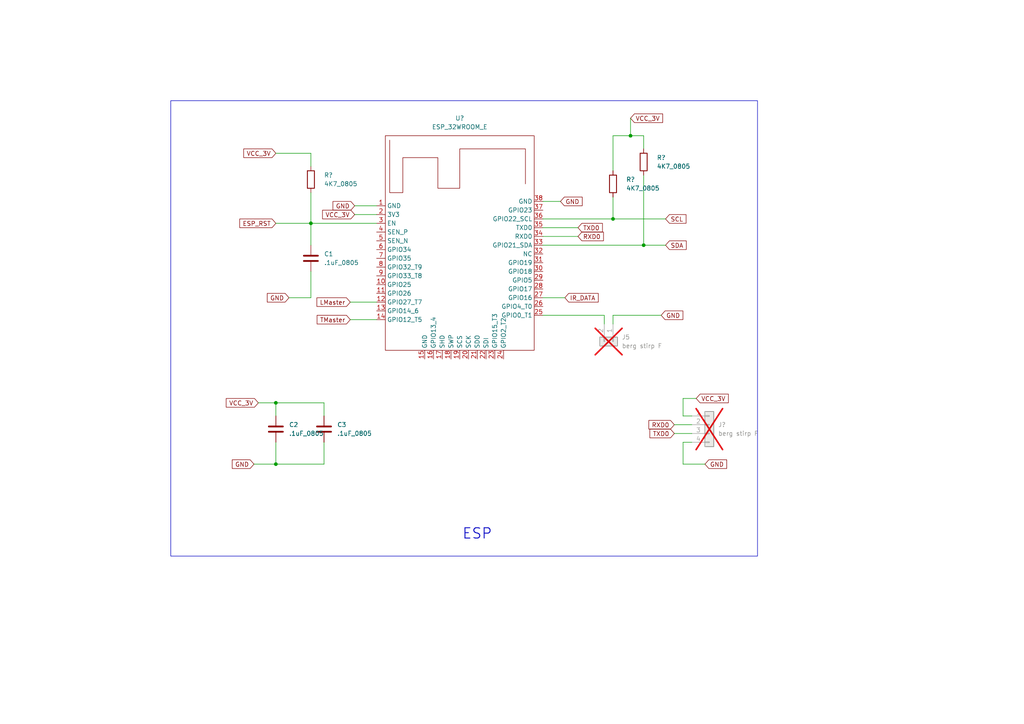
<source format=kicad_sch>
(kicad_sch (version 20250114) (generator "eeschema") (generator_version "9.0")
  (paper "A4")
  (lib_symbols
    (symbol "Connector_Generic:Conn_01x02" (pin_names (offset 1.016) (hide yes))
      (property "Reference" "J" (at 0 2.54 0))
      (property "Value" "Conn_01x02" (at 0 -5.08 0))
      (symbol "Conn_01x02_1_1"
        (rectangle (start -1.27 1.27) (end 1.27 -3.81) (stroke (width 0.254)) (fill (type background)))
        (rectangle (start -1.27 0.127) (end 0 -0.127) (stroke (width 0.1524)))
        (rectangle (start -1.27 -2.413) (end 0 -2.667) (stroke (width 0.1524)))
        (pin passive line (at -5.08 0 0) (length 3.81) (name "Pin_1") (number "1"))
        (pin passive line (at -5.08 -2.54 0) (length 3.81) (name "Pin_2") (number "2"))
      )
    )
    (symbol "Connector_Generic:Conn_01x04" (pin_names (offset 1.016) (hide yes))
      (property "Reference" "J" (at 0 5.08 0))
      (property "Value" "Conn_01x04" (at 0 -7.62 0))
      (symbol "Conn_01x04_1_1"
        (rectangle (start -1.27 3.81) (end 1.27 -6.35) (stroke (width 0.254)) (fill (type background)))
        (rectangle (start -1.27 2.667) (end 0 2.413) (stroke (width 0.1524)))
        (rectangle (start -1.27 0.127) (end 0 -0.127) (stroke (width 0.1524)))
        (rectangle (start -1.27 -2.413) (end 0 -2.667) (stroke (width 0.1524)))
        (rectangle (start -1.27 -4.953) (end 0 -5.207) (stroke (width 0.1524)))
        (pin passive line (at -5.08 2.54 0) (length 3.81) (name "Pin_1") (number "1"))
        (pin passive line (at -5.08 0 0) (length 3.81) (name "Pin_2") (number "2"))
        (pin passive line (at -5.08 -2.54 0) (length 3.81) (name "Pin_3") (number "3"))
        (pin passive line (at -5.08 -5.08 0) (length 3.81) (name "Pin_4") (number "4"))
      )
    )
    (symbol "Device:C" (pin_numbers (hide yes)) (pin_names (offset 0.254))
      (property "Reference" "C" (at 0.635 2.54 0))
      (property "Value" "C" (at 0.635 -2.54 0))
      (symbol "C_0_1"
        (polyline (pts (xy -2.032 0.762) (xy 2.032 0.762)) (stroke (width 0.508)))
        (polyline (pts (xy -2.032 -0.762) (xy 2.032 -0.762)) (stroke (width 0.508)))
      )
      (symbol "C_1_1"
        (pin passive line (at 0 3.81 270) (length 2.794) (name "~") (number "1"))
        (pin passive line (at 0 -3.81 90) (length 2.794) (name "~") (number "2"))
      )
    )
    (symbol "Device:R" (pin_numbers (hide yes)) (pin_names (offset 0))
      (property "Reference" "R" (at 2.032 0 90))
      (property "Value" "R" (at 0 0 90))
      (symbol "R_0_1"
        (rectangle (start -1.016 -2.54) (end 1.016 2.54) (stroke (width 0.254)))
      )
      (symbol "R_1_1"
        (pin passive line (at 0 3.81 270) (length 1.27) (name "~") (number "1"))
        (pin passive line (at 0 -3.81 90) (length 1.27) (name "~") (number "2"))
      )
    )
    (symbol "fevino:esp32-wroom-32e"
      (property "Reference" "U" (at 1.27 0 0))
      (symbol "esp32-wroom-32e_0_0"
        (pin power_in line (at -22.86 16.51 0) (length 2.54) (name "GND") (number "1"))
        (pin power_in line (at -22.86 13.97 0) (length 2.54) (name "3V3") (number "2"))
        (pin input line (at -22.86 11.43 0) (length 2.54) (name "EN") (number "3"))
        (pin input line (at -22.86 8.89 0) (length 2.54) (name "SEN_P") (number "4"))
        (pin input line (at -22.86 6.35 0) (length 2.54) (name "SEN_N") (number "5"))
        (pin input line (at -22.86 3.81 0) (length 2.54) (name "GPIO34") (number "6"))
        (pin input line (at -22.86 1.27 0) (length 2.54) (name "GPIO35") (number "7"))
        (pin input line (at -22.86 -1.27 0) (length 2.54) (name "GPIO32_T9") (number "8"))
        (pin input line (at -22.86 -3.81 0) (length 2.54) (name "GPIO33_T8") (number "9"))
        (pin input line (at -22.86 -6.35 0) (length 2.54) (name "GPIO25") (number "10"))
        (pin input line (at -22.86 -8.89 0) (length 2.54) (name "GPIO26") (number "11"))
        (pin input line (at -22.86 -11.43 0) (length 2.54) (name "GPIO27_T7") (number "12"))
        (pin input line (at -22.86 -13.97 0) (length 2.54) (name "GPIO14_6") (number "13"))
        (pin input line (at -22.86 -16.51 0) (length 2.54) (name "GPIO12_T5") (number "14"))
        (pin power_in line (at -8.89 -27.94 90) (length 2.54) (name "GND") (number "15"))
        (pin input line (at -6.35 -27.94 90) (length 2.54) (name "GPIO13_4") (number "16"))
        (pin input line (at -3.81 -27.94 90) (length 2.54) (name "SHD") (number "17"))
        (pin input line (at -1.27 -27.94 90) (length 2.54) (name "SWP") (number "18"))
        (pin input line (at 1.27 -27.94 90) (length 2.54) (name "SCS") (number "19"))
        (pin input line (at 3.81 -27.94 90) (length 2.54) (name "SCK") (number "20"))
        (pin input line (at 6.35 -27.94 90) (length 2.54) (name "SDO") (number "21"))
        (pin input line (at 8.89 -27.94 90) (length 2.54) (name "SDI") (number "22"))
        (pin input line (at 11.43 -27.94 90) (length 2.54) (name "GPIO15_T3") (number "23"))
        (pin input line (at 13.97 -27.94 90) (length 2.54) (name "GPIO2_T2") (number "24"))
        (pin power_in line (at 25.4 17.78 180) (length 2.54) (name "GND") (number "38"))
        (pin input line (at 25.4 15.24 180) (length 2.54) (name "GPIO23") (number "37"))
        (pin input line (at 25.4 10.16 180) (length 2.54) (name "TXD0") (number "35"))
        (pin input line (at 25.4 7.62 180) (length 2.54) (name "RXD0") (number "34"))
        (pin input line (at 25.4 2.54 180) (length 2.54) (name "NC") (number "32"))
        (pin input line (at 25.4 0 180) (length 2.54) (name "GPIO19") (number "31"))
        (pin input line (at 25.4 -2.54 180) (length 2.54) (name "GPIO18") (number "30"))
        (pin input line (at 25.4 -5.08 180) (length 2.54) (name "GPIO5") (number "29"))
        (pin input line (at 25.4 -7.62 180) (length 2.54) (name "GPIO17") (number "28"))
        (pin input line (at 25.4 -10.16 180) (length 2.54) (name "GPIO16") (number "27"))
        (pin input line (at 25.4 -12.7 180) (length 2.54) (name "GPIO4_T0") (number "26"))
        (pin input line (at 25.4 -15.24 180) (length 2.54) (name "GPIO0_T1") (number "25"))
      )
      (symbol "esp32-wroom-32e_0_1"
        (rectangle (start -20.32 36.83) (end 22.86 -25.4))
        (polyline (pts (xy -19.05 35.56) (xy -19.05 20.32) (xy -15.24 20.32) (xy -15.24 30.48) (xy -5.08 30.48) (xy -5.08 21.59) (xy 1.27 21.59) (xy 1.27 33.02) (xy 20.32 33.02) (xy 20.32 22.86)))
      )
      (symbol "esp32-wroom-32e_1_0"
        (pin input line (at 25.4 12.7 180) (length 2.54) (name "GPIO22_SCL") (number "36"))
        (pin input line (at 25.4 5.08 180) (length 2.54) (name "GPIO21_SDA") (number "33"))
      )
    )
  )
  (rectangle (start 49.53 29.21) (end 219.71 161.29))
  (text "ESP" (at 138.43 154.94 0) (effects (font (size 3 3) (thickness 0.254) (bold yes))))
  (junction (at 186.69 71.12))
  (junction (at 80.01 116.84))
  (junction (at 182.88 39.37))
  (junction (at 80.01 134.62))
  (junction (at 90.17 64.77))
  (junction (at 177.8 63.5))
  (wire (pts (xy 167.64 68.58) (xy 157.48 68.58)))
  (wire (pts (xy 198.12 134.62) (xy 198.12 128.27)))
  (wire (pts (xy 198.12 115.57) (xy 198.12 120.65)))
  (wire (pts (xy 198.12 128.27) (xy 200.66 128.27)))
  (wire (pts (xy 90.17 64.77) (xy 90.17 71.12)))
  (wire (pts (xy 80.01 64.77) (xy 90.17 64.77)))
  (wire (pts (xy 182.88 39.37) (xy 186.69 39.37)))
  (wire (pts (xy 102.87 62.23) (xy 109.22 62.23)))
  (wire (pts (xy 198.12 120.65) (xy 200.66 120.65)))
  (wire (pts (xy 80.01 116.84) (xy 80.01 120.65)))
  (wire (pts (xy 90.17 64.77) (xy 109.22 64.77)))
  (wire (pts (xy 182.88 34.29) (xy 182.88 39.37)))
  (wire (pts (xy 186.69 39.37) (xy 186.69 43.18)))
  (wire (pts (xy 102.87 59.69) (xy 109.22 59.69)))
  (wire (pts (xy 191.77 91.44) (xy 177.8 91.44)))
  (wire (pts (xy 80.01 116.84) (xy 93.98 116.84)))
  (wire (pts (xy 90.17 86.36) (xy 90.17 78.74)))
  (wire (pts (xy 101.6 92.71) (xy 109.22 92.71)))
  (wire (pts (xy 177.8 57.15) (xy 177.8 63.5)))
  (wire (pts (xy 186.69 50.8) (xy 186.69 71.12)))
  (wire (pts (xy 175.26 91.44) (xy 157.48 91.44)))
  (wire (pts (xy 90.17 55.88) (xy 90.17 64.77)))
  (wire (pts (xy 93.98 134.62) (xy 93.98 128.27)))
  (wire (pts (xy 80.01 134.62) (xy 93.98 134.62)))
  (wire (pts (xy 80.01 44.45) (xy 90.17 44.45)))
  (wire (pts (xy 83.82 86.36) (xy 90.17 86.36)))
  (wire (pts (xy 93.98 116.84) (xy 93.98 120.65)))
  (wire (pts (xy 73.66 134.62) (xy 80.01 134.62)))
  (wire (pts (xy 74.93 116.84) (xy 80.01 116.84)))
  (wire (pts (xy 167.64 66.04) (xy 157.48 66.04)))
  (wire (pts (xy 157.48 71.12) (xy 186.69 71.12)))
  (wire (pts (xy 201.93 115.57) (xy 198.12 115.57)))
  (wire (pts (xy 157.48 63.5) (xy 177.8 63.5)))
  (wire (pts (xy 157.48 86.36) (xy 163.83 86.36)))
  (wire (pts (xy 195.58 125.73) (xy 200.66 125.73)))
  (wire (pts (xy 204.47 134.62) (xy 198.12 134.62)))
  (wire (pts (xy 177.8 49.53) (xy 177.8 39.37)))
  (wire (pts (xy 90.17 44.45) (xy 90.17 48.26)))
  (wire (pts (xy 186.69 71.12) (xy 193.04 71.12)))
  (wire (pts (xy 101.6 87.63) (xy 109.22 87.63)))
  (wire (pts (xy 177.8 91.44) (xy 177.8 93.98)))
  (wire (pts (xy 177.8 39.37) (xy 182.88 39.37)))
  (wire (pts (xy 195.58 123.19) (xy 200.66 123.19)))
  (wire (pts (xy 157.48 58.42) (xy 162.56 58.42)))
  (wire (pts (xy 175.26 93.98) (xy 175.26 91.44)))
  (wire (pts (xy 80.01 128.27) (xy 80.01 134.62)))
  (wire (pts (xy 177.8 63.5) (xy 193.04 63.5)))
  (global_label "GND" (shape input) (at 204.47 134.62 0) (property "Intersheetrefs" "${INTERSHEET_REFS}" (effects (hide yes))))
  (global_label "VCC_3V" (shape input) (at 74.93 116.84 180) (property "Intersheetrefs" "${INTERSHEET_REFS}" (effects (hide yes))))
  (global_label "GND" (shape input) (at 83.82 86.36 180) (property "Intersheetrefs" "${INTERSHEET_REFS}" (effects (hide yes))))
  (global_label "VCC_3V" (shape input) (at 201.93 115.57 0) (property "Intersheetrefs" "${INTERSHEET_REFS}" (effects (hide yes))))
  (global_label "SCL" (shape input) (at 193.04 63.5 0) (property "Intersheetrefs" "${INTERSHEET_REFS}" (effects (hide yes))))
  (global_label "GND" (shape input) (at 191.77 91.44 0) (property "Intersheetrefs" "${INTERSHEET_REFS}" (effects (hide yes))))
  (global_label "TXD0" (shape input) (at 167.64 66.04 0) (property "Intersheetrefs" "${INTERSHEET_REFS}" (effects (hide yes))))
  (global_label "LMaster" (shape input) (at 101.6 87.63 180) (property "Intersheetrefs" "${INTERSHEET_REFS}" (effects (hide yes))))
  (global_label "TXD0" (shape input) (at 195.58 125.73 180) (property "Intersheetrefs" "${INTERSHEET_REFS}" (effects (hide yes))))
  (global_label "RXD0" (shape input) (at 167.64 68.58 0) (property "Intersheetrefs" "${INTERSHEET_REFS}" (effects (hide yes))))
  (global_label "GND" (shape input) (at 162.56 58.42 0) (property "Intersheetrefs" "${INTERSHEET_REFS}" (effects (hide yes))))
  (global_label "VCC_3V" (shape input) (at 182.88 34.29 0) (property "Intersheetrefs" "${INTERSHEET_REFS}" (effects (hide yes))))
  (global_label "GND" (shape input) (at 102.87 59.69 180) (property "Intersheetrefs" "${INTERSHEET_REFS}" (effects (hide yes))))
  (global_label "IR_DATA" (shape input) (at 163.83 86.36 0) (property "Intersheetrefs" "${INTERSHEET_REFS}" (effects (hide yes))))
  (global_label "GND" (shape input) (at 73.66 134.62 180) (property "Intersheetrefs" "${INTERSHEET_REFS}" (effects (hide yes))))
  (global_label "VCC_3V" (shape input) (at 80.01 44.45 180) (property "Intersheetrefs" "${INTERSHEET_REFS}" (effects (hide yes))))
  (global_label "RXD0" (shape input) (at 195.58 123.19 180) (property "Intersheetrefs" "${INTERSHEET_REFS}" (effects (hide yes))))
  (global_label "VCC_3V" (shape input) (at 102.87 62.23 180) (property "Intersheetrefs" "${INTERSHEET_REFS}" (effects (hide yes))))
  (global_label "TMaster" (shape input) (at 101.6 92.71 180) (property "Intersheetrefs" "${INTERSHEET_REFS}" (effects (hide yes))))
  (global_label "ESP_RST" (shape input) (at 80.01 64.77 180) (property "Intersheetrefs" "${INTERSHEET_REFS}" (effects (hide yes))))
  (global_label "SDA" (shape input) (at 193.04 71.12 0) (property "Intersheetrefs" "${INTERSHEET_REFS}" (effects (hide yes))))
  (symbol (lib_id "Device:R") (at 177.8 53.34 0) (unit 1)
    (property "Reference" "R3" (at 181.61 52.0699 0) (effects (justify left)))
    (property "Value" "4K7_0805" (at 181.61 54.6099 0) (effects (justify left)))
    (property "Footprint" "fevino:R_0805" (effects (hide yes)))
    (property "Description" "Resistor" (effects (hide yes)))
    (instances (project "" (path "" (reference "R?") (unit 1)) (path "" (reference "R3") (unit 1))))
  )
  (symbol (lib_id "Connector_Generic:Conn_01x04") (at 205.74 123.19 0) (unit 1) (dnp yes)
    (property "Reference" "J6" (at 208.28 123.1899 0) (effects (justify left)))
    (property "Value" "berg stirp F" (at 208.28 125.7299 0) (effects (justify left)))
    (property "Footprint" "Connector_PinSocket_2.54mm:PinSocket_1x04_P2.54mm_Vertical" (effects (hide yes)))
    (property "Description" "Generic connector, single row, 01x04, script generated (kicad-library-utils/schlib/autogen/connector/)" (effects (hide yes)))
    (instances (project "" (path "" (reference "J?") (unit 1)) (path "" (reference "J6") (unit 1))))
  )
  (symbol (lib_id "Device:R") (at 186.69 46.99 0) (unit 1)
    (property "Reference" "R1" (at 190.5 45.7199 0) (effects (justify left)))
    (property "Value" "4K7_0805" (at 190.5 48.2599 0) (effects (justify left)))
    (property "Footprint" "fevino:R_0805" (effects (hide yes)))
    (property "Description" "Resistor" (effects (hide yes)))
    (instances (project "mark" (path "" (reference "R?") (unit 1)) (path "" (reference "R1") (unit 1))))
  )
  (symbol (lib_id "Connector_Generic:Conn_01x02") (at 177.8 99.06 270) (unit 1) (dnp yes)
    (property "Reference" "J5" (at 180.34 97.7899 90) (effects (justify left)))
    (property "Value" "berg stirp F" (at 180.34 100.3299 90) (effects (justify left)))
    (property "Footprint" "Connector_PinHeader_2.54mm:PinHeader_1x02_P2.54mm_Vertical" (effects (hide yes)))
    (property "Description" "Generic connector, single row, 01x02, script generated (kicad-library-utils/schlib/autogen/connector/)" (effects (hide yes)))
  )
  (symbol (lib_id "Device:C") (at 90.17 74.93 0) (unit 1)
    (property "Reference" "C1" (at 93.98 73.6599 0) (effects (justify left)))
    (property "Value" ".1uF_0805" (at 93.98 76.1999 0) (effects (justify left)))
    (property "Footprint" "fevino:C_0805" (effects (hide yes)))
    (property "Description" "Unpolarized capacitor" (effects (hide yes)))
  )
  (symbol (lib_id "Device:R") (at 90.17 52.07 0) (unit 1)
    (property "Reference" "R2" (at 93.98 50.7999 0) (effects (justify left)))
    (property "Value" "4K7_0805" (at 93.98 53.3399 0) (effects (justify left)))
    (property "Footprint" "fevino:R_0805" (effects (hide yes)))
    (property "Description" "Resistor" (effects (hide yes)))
    (instances (project "mark" (path "" (reference "R?") (unit 1)) (path "" (reference "R2") (unit 1))))
  )
  (symbol (lib_id "Device:C") (at 80.01 124.46 0) (unit 1)
    (property "Reference" "C2" (at 83.82 123.1899 0) (effects (justify left)))
    (property "Value" ".1uF_0805" (at 83.82 125.7299 0) (effects (justify left)))
    (property "Footprint" "fevino:C_0805" (effects (hide yes)))
    (property "Description" "Unpolarized capacitor" (effects (hide yes)))
  )
  (symbol (lib_id "fevino:esp32-wroom-32e") (at 132.08 76.2 0) (unit 1)
    (property "Reference" "U1" (at 133.35 34.29 0))
    (property "Value" "ESP_32WROOM_E" (at 133.35 36.83 0))
    (property "Footprint" "fevino:esp32-wroom-32e" (effects (hide yes)))
    (property "Datasheet" "https://www.espressif.com/sites/default/files/documentation/esp32-wroom-32e_esp32-wroom-32ue_datasheet_en.pdf" (effects (hide yes)))
    (instances (project "" (path "" (reference "U?") (unit 1)) (path "" (reference "U1") (unit 1))))
  )
  (symbol (lib_id "Device:C") (at 93.98 124.46 0) (unit 1)
    (property "Reference" "C3" (at 97.79 123.1899 0) (effects (justify left)))
    (property "Value" ".1uF_0805" (at 97.79 125.7299 0) (effects (justify left)))
    (property "Footprint" "fevino:C_0805" (effects (hide yes)))
    (property "Description" "Unpolarized capacitor" (effects (hide yes)))
  )
)
</source>
